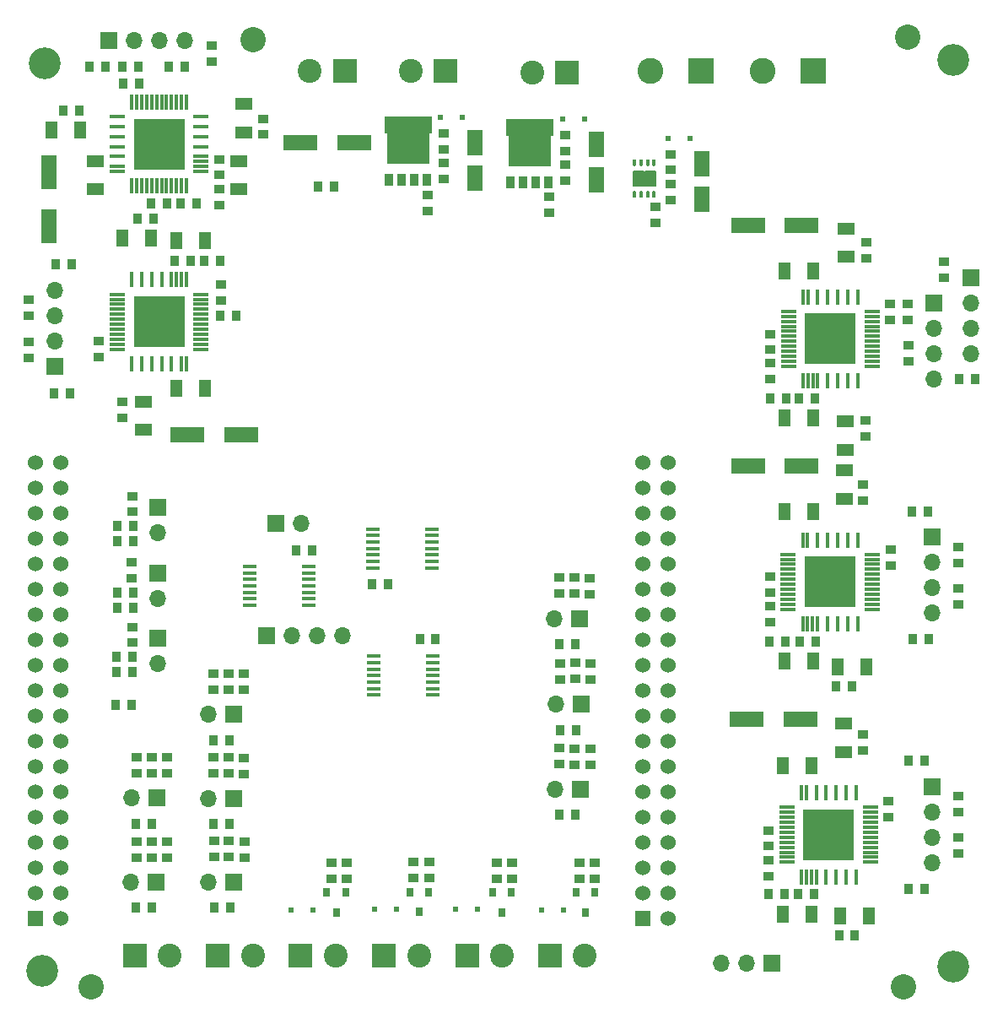
<source format=gts>
%TF.GenerationSoftware,KiCad,Pcbnew,5.0.0-rc2-dev-unknown-bf135b0~64~ubuntu18.04.1*%
%TF.CreationDate,2018-05-03T23:22:02-07:00*%
%TF.ProjectId,PrntrBoardV1,50726E7472426F61726456312E6B6963,rev?*%
%TF.SameCoordinates,Original*%
%TF.FileFunction,Soldermask,Top*%
%TF.FilePolarity,Negative*%
%FSLAX46Y46*%
G04 Gerber Fmt 4.6, Leading zero omitted, Abs format (unit mm)*
G04 Created by KiCad (PCBNEW 5.0.0-rc2-dev-unknown-bf135b0~64~ubuntu18.04.1) date Thu May  3 23:22:02 2018*
%MOMM*%
%LPD*%
G01*
G04 APERTURE LIST*
%ADD10C,1.524000*%
%ADD11R,1.524000X1.524000*%
%ADD12R,1.500000X0.300000*%
%ADD13R,0.300000X1.500000*%
%ADD14R,5.100000X5.100000*%
%ADD15R,3.500000X1.600000*%
%ADD16R,0.820000X1.000000*%
%ADD17C,3.200000*%
%ADD18R,1.000000X0.820000*%
%ADD19R,2.600000X2.600000*%
%ADD20C,2.600000*%
%ADD21R,2.400000X2.400000*%
%ADD22C,2.400000*%
%ADD23O,1.700000X1.700000*%
%ADD24R,1.700000X1.700000*%
%ADD25R,1.600000X2.600000*%
%ADD26R,1.600000X3.500000*%
%ADD27R,1.220000X1.800000*%
%ADD28R,1.800000X1.220000*%
%ADD29R,0.500000X0.500000*%
%ADD30C,2.540000*%
%ADD31R,1.450000X0.450000*%
%ADD32R,0.800000X0.900000*%
%ADD33R,0.840000X1.290000*%
%ADD34R,4.840000X1.690000*%
%ADD35R,4.340000X3.440000*%
%ADD36O,0.400000X0.650000*%
%ADD37R,0.400000X0.300000*%
%ADD38R,1.000000X0.650000*%
%ADD39R,2.400000X1.650000*%
G04 APERTURE END LIST*
D10*
X25463500Y-109156500D03*
X25463500Y-106616500D03*
X25463500Y-104076500D03*
X25463500Y-101536500D03*
X25463500Y-98996500D03*
X25463500Y-96456500D03*
X25463500Y-93916500D03*
X25463500Y-91376500D03*
X25463500Y-88836500D03*
X25463500Y-86296500D03*
X25463500Y-83756500D03*
X25463500Y-81216500D03*
X25463500Y-78676500D03*
X25463500Y-76136500D03*
X25463500Y-73596500D03*
X25463500Y-71056500D03*
X25463500Y-68516500D03*
X25463500Y-65976500D03*
D11*
X22923500Y-109156500D03*
D10*
X22923500Y-106616500D03*
X22923500Y-104076500D03*
X22923500Y-101536500D03*
X22923500Y-98996500D03*
X22923500Y-96456500D03*
X22923500Y-93916500D03*
X22923500Y-91376500D03*
X22923500Y-88836500D03*
X22923500Y-86296500D03*
X22923500Y-83756500D03*
X22923500Y-81216500D03*
X22923500Y-78676500D03*
X22923500Y-76136500D03*
X22923500Y-73596500D03*
X22923500Y-71056500D03*
X22923500Y-68516500D03*
X22923500Y-65976500D03*
D11*
X83883500Y-109156500D03*
D10*
X83883500Y-106616500D03*
X83883500Y-104076500D03*
X83883500Y-101536500D03*
X83883500Y-98996500D03*
X83883500Y-96456500D03*
X83883500Y-93916500D03*
X83883500Y-91376500D03*
X83883500Y-88836500D03*
X83883500Y-86296500D03*
X83883500Y-83756500D03*
X83883500Y-81216500D03*
X83883500Y-78676500D03*
X83883500Y-76136500D03*
X83883500Y-73596500D03*
X83883500Y-71056500D03*
X83883500Y-68516500D03*
X83883500Y-65976500D03*
X86423500Y-109156500D03*
X86423500Y-106616500D03*
X86423500Y-104076500D03*
X86423500Y-101536500D03*
X86423500Y-98996500D03*
X86423500Y-96456500D03*
X86423500Y-93916500D03*
X86423500Y-91376500D03*
X86423500Y-88836500D03*
X86423500Y-86296500D03*
X86423500Y-83756500D03*
X86423500Y-81216500D03*
X86423500Y-78676500D03*
X86423500Y-76136500D03*
X86423500Y-73596500D03*
X86423500Y-71056500D03*
X86423500Y-68516500D03*
X86423500Y-65976500D03*
X83883500Y-63436500D03*
X86423500Y-63436500D03*
X25463500Y-63436500D03*
X22923500Y-63436500D03*
D12*
X106704599Y-103507300D03*
X106704599Y-103007300D03*
X106704599Y-102507300D03*
X106704599Y-102007300D03*
X106704599Y-101507300D03*
X106704599Y-101007300D03*
X106704599Y-100507300D03*
X106704599Y-100007300D03*
X106704599Y-99507300D03*
X106704599Y-99007300D03*
X106704599Y-98507300D03*
X106704599Y-98007300D03*
D13*
X105254599Y-96557300D03*
X104254599Y-96557300D03*
X103254599Y-96557300D03*
X102254599Y-96557300D03*
X101254599Y-96557300D03*
X100254599Y-96557300D03*
X99754599Y-96557300D03*
D12*
X98304599Y-98007300D03*
X98304599Y-98507300D03*
X98304599Y-99007300D03*
X98304599Y-99507300D03*
X98304599Y-100007300D03*
X98304599Y-100507300D03*
X98304599Y-101007300D03*
X98304599Y-101507300D03*
X98304599Y-102007300D03*
X98304599Y-102507300D03*
X98304599Y-103007300D03*
X98304599Y-103507300D03*
D13*
X99754599Y-104957300D03*
X100254599Y-104957300D03*
X100754599Y-104957300D03*
X101254599Y-104957300D03*
X102254599Y-104957300D03*
X103254599Y-104957300D03*
X104254599Y-104957300D03*
X105254599Y-104957300D03*
D14*
X102504599Y-100757300D03*
D12*
X31106201Y-46546700D03*
X31106201Y-47046700D03*
X31106201Y-47546700D03*
X31106201Y-48046700D03*
X31106201Y-48546700D03*
X31106201Y-49046700D03*
X31106201Y-49546700D03*
X31106201Y-50046700D03*
X31106201Y-50546700D03*
X31106201Y-51046700D03*
X31106201Y-51546700D03*
X31106201Y-52046700D03*
D13*
X32556201Y-53496700D03*
X33556201Y-53496700D03*
X34556201Y-53496700D03*
X35556201Y-53496700D03*
X36556201Y-53496700D03*
X37556201Y-53496700D03*
X38056201Y-53496700D03*
D12*
X39506201Y-52046700D03*
X39506201Y-51546700D03*
X39506201Y-51046700D03*
X39506201Y-50546700D03*
X39506201Y-50046700D03*
X39506201Y-49546700D03*
X39506201Y-49046700D03*
X39506201Y-48546700D03*
X39506201Y-48046700D03*
X39506201Y-47546700D03*
X39506201Y-47046700D03*
X39506201Y-46546700D03*
D13*
X38056201Y-45096700D03*
X37556201Y-45096700D03*
X37056201Y-45096700D03*
X36556201Y-45096700D03*
X35556201Y-45096700D03*
X34556201Y-45096700D03*
X33556201Y-45096700D03*
X32556201Y-45096700D03*
D14*
X35306201Y-49296700D03*
D12*
X106843399Y-78127300D03*
X106843399Y-77627300D03*
X106843399Y-77127300D03*
X106843399Y-76627300D03*
X106843399Y-76127300D03*
X106843399Y-75627300D03*
X106843399Y-75127300D03*
X106843399Y-74627300D03*
X106843399Y-74127300D03*
X106843399Y-73627300D03*
X106843399Y-73127300D03*
X106843399Y-72627300D03*
D13*
X105393399Y-71177300D03*
X104393399Y-71177300D03*
X103393399Y-71177300D03*
X102393399Y-71177300D03*
X101393399Y-71177300D03*
X100393399Y-71177300D03*
X99893399Y-71177300D03*
D12*
X98443399Y-72627300D03*
X98443399Y-73127300D03*
X98443399Y-73627300D03*
X98443399Y-74127300D03*
X98443399Y-74627300D03*
X98443399Y-75127300D03*
X98443399Y-75627300D03*
X98443399Y-76127300D03*
X98443399Y-76627300D03*
X98443399Y-77127300D03*
X98443399Y-77627300D03*
X98443399Y-78127300D03*
D13*
X99893399Y-79577300D03*
X100393399Y-79577300D03*
X100893399Y-79577300D03*
X101393399Y-79577300D03*
X102393399Y-79577300D03*
X103393399Y-79577300D03*
X104393399Y-79577300D03*
X105393399Y-79577300D03*
D14*
X102643399Y-75377300D03*
D12*
X106856999Y-53754500D03*
X106856999Y-53254500D03*
X106856999Y-52754500D03*
X106856999Y-52254500D03*
X106856999Y-51754500D03*
X106856999Y-51254500D03*
X106856999Y-50754500D03*
X106856999Y-50254500D03*
X106856999Y-49754500D03*
X106856999Y-49254500D03*
X106856999Y-48754500D03*
X106856999Y-48254500D03*
D13*
X105406999Y-46804500D03*
X104406999Y-46804500D03*
X103406999Y-46804500D03*
X102406999Y-46804500D03*
X101406999Y-46804500D03*
X100406999Y-46804500D03*
X99906999Y-46804500D03*
D12*
X98456999Y-48254500D03*
X98456999Y-48754500D03*
X98456999Y-49254500D03*
X98456999Y-49754500D03*
X98456999Y-50254500D03*
X98456999Y-50754500D03*
X98456999Y-51254500D03*
X98456999Y-51754500D03*
X98456999Y-52254500D03*
X98456999Y-52754500D03*
X98456999Y-53254500D03*
X98456999Y-53754500D03*
D13*
X99906999Y-55204500D03*
X100406999Y-55204500D03*
X100906999Y-55204500D03*
X101406999Y-55204500D03*
X102406999Y-55204500D03*
X103406999Y-55204500D03*
X104406999Y-55204500D03*
X105406999Y-55204500D03*
D14*
X102656999Y-51004500D03*
D13*
X38046100Y-27285401D03*
X37546100Y-27285401D03*
X37046100Y-27285401D03*
X36546100Y-27285401D03*
X36046100Y-27285401D03*
X35546100Y-27285401D03*
X35046100Y-27285401D03*
X34546100Y-27285401D03*
X34046100Y-27285401D03*
X33546100Y-27285401D03*
X33046100Y-27285401D03*
X32546100Y-27285401D03*
D12*
X31096100Y-28735401D03*
X31096100Y-29735401D03*
X31096100Y-30735401D03*
X31096100Y-31735401D03*
X31096100Y-32735401D03*
X31096100Y-33735401D03*
X31096100Y-34235401D03*
D13*
X32546100Y-35685401D03*
X33046100Y-35685401D03*
X33546100Y-35685401D03*
X34046100Y-35685401D03*
X34546100Y-35685401D03*
X35046100Y-35685401D03*
X35546100Y-35685401D03*
X36046100Y-35685401D03*
X36546100Y-35685401D03*
X37046100Y-35685401D03*
X37546100Y-35685401D03*
X38046100Y-35685401D03*
D12*
X39496100Y-34235401D03*
X39496100Y-33735401D03*
X39496100Y-33235401D03*
X39496100Y-32735401D03*
X39496100Y-31735401D03*
X39496100Y-30735401D03*
X39496100Y-29735401D03*
X39496100Y-28735401D03*
D14*
X35296100Y-31485401D03*
D15*
X54864000Y-31369000D03*
X49464000Y-31369000D03*
D16*
X52832000Y-35750500D03*
X51232000Y-35750500D03*
D17*
X23558500Y-114427000D03*
D18*
X63830200Y-34975800D03*
X63830200Y-33375800D03*
X77025500Y-92126000D03*
X77025500Y-93726000D03*
X86652100Y-37058400D03*
X86652100Y-35458400D03*
X42291000Y-93015000D03*
X42291000Y-94615000D03*
X34569400Y-101409700D03*
X34569400Y-103009700D03*
X77089000Y-83528000D03*
X77089000Y-85128000D03*
X42291000Y-101384100D03*
X42291000Y-102984100D03*
X77025500Y-74981000D03*
X77025500Y-76581000D03*
X34607500Y-92989500D03*
X34607500Y-94589500D03*
X42291000Y-84582000D03*
X42291000Y-86182000D03*
X76034900Y-35179000D03*
X76034900Y-33579000D03*
D19*
X100948500Y-24130000D03*
D20*
X95868500Y-24130000D03*
D19*
X89649300Y-24130000D03*
D20*
X84569300Y-24130000D03*
D21*
X64033400Y-24155400D03*
D22*
X60533400Y-24155400D03*
D21*
X76238100Y-24307800D03*
D22*
X72738100Y-24307800D03*
D21*
X49504600Y-112877600D03*
D22*
X53004600Y-112877600D03*
D21*
X32885500Y-112839500D03*
D22*
X36385500Y-112839500D03*
D21*
X41211500Y-112839500D03*
D22*
X44711500Y-112839500D03*
D21*
X74523600Y-112839500D03*
D22*
X78023600Y-112839500D03*
D21*
X57872699Y-112880900D03*
D22*
X61372699Y-112880900D03*
D21*
X53919000Y-24130000D03*
D22*
X50419000Y-24130000D03*
D21*
X66205100Y-112877600D03*
D22*
X69705100Y-112877600D03*
D23*
X49530000Y-69532500D03*
D24*
X46990000Y-69532500D03*
D25*
X79184500Y-35070600D03*
X79184500Y-31470600D03*
X66979800Y-34918200D03*
X66979800Y-31318200D03*
X89801700Y-37026400D03*
X89801700Y-33426400D03*
D15*
X94400000Y-39650000D03*
X99800000Y-39650000D03*
X43560000Y-60640000D03*
X38160000Y-60640000D03*
X94250000Y-89200000D03*
X99650000Y-89200000D03*
D26*
X24231600Y-39690000D03*
X24231600Y-34290000D03*
D15*
X94400000Y-63750000D03*
X99800000Y-63750000D03*
D16*
X41452800Y-43180000D03*
X39852800Y-43180000D03*
D18*
X22225000Y-48704500D03*
X22225000Y-47104500D03*
D16*
X24892000Y-43535600D03*
X26492000Y-43535600D03*
D18*
X22225000Y-51308000D03*
X22225000Y-52908000D03*
X29210000Y-52844500D03*
X29210000Y-51244500D03*
X41503600Y-47193200D03*
X41503600Y-45593200D03*
D16*
X38430000Y-43180000D03*
X36830000Y-43180000D03*
X61455500Y-81153000D03*
X63055500Y-81153000D03*
X112115600Y-106222800D03*
X110515600Y-106222800D03*
X75489000Y-98742500D03*
X77089000Y-98742500D03*
X32639000Y-84442300D03*
X31039000Y-84442300D03*
X99390400Y-106730800D03*
X100990400Y-106730800D03*
D18*
X96469200Y-103276400D03*
X96469200Y-104876400D03*
X108500000Y-97400000D03*
X108500000Y-99000000D03*
X31597600Y-58902400D03*
X31597600Y-57302400D03*
X115506500Y-101028500D03*
X115506500Y-102628500D03*
D16*
X24739600Y-56489600D03*
X26339600Y-56489600D03*
D18*
X108700000Y-72136000D03*
X108700000Y-73736000D03*
X115506500Y-98501000D03*
X115506500Y-96901000D03*
D16*
X33096400Y-38963600D03*
X34696400Y-38963600D03*
X40767000Y-99631500D03*
X42367000Y-99631500D03*
X32969200Y-108064300D03*
X34569200Y-108064300D03*
X41452800Y-48717200D03*
X43052800Y-48717200D03*
X40843400Y-108038900D03*
X42443400Y-108038900D03*
X112115600Y-93319600D03*
X110515600Y-93319600D03*
X99568000Y-81381600D03*
X101168000Y-81381600D03*
D18*
X96621600Y-77825600D03*
X96621600Y-79425600D03*
X96469200Y-101904800D03*
X96469200Y-100304800D03*
D16*
X96444000Y-106730800D03*
X98044000Y-106730800D03*
D18*
X115506500Y-73469500D03*
X115506500Y-71869500D03*
D16*
X112522000Y-81127600D03*
X110922000Y-81127600D03*
X112471200Y-68326000D03*
X110871200Y-68326000D03*
D18*
X115506500Y-76009500D03*
X115506500Y-77609500D03*
D16*
X75565000Y-90297000D03*
X77165000Y-90297000D03*
X58242000Y-75628500D03*
X56642000Y-75628500D03*
X96583600Y-81381600D03*
X98183600Y-81381600D03*
X99542800Y-56997600D03*
X101142800Y-56997600D03*
D18*
X96621600Y-53467200D03*
X96621600Y-55067200D03*
X108650000Y-47550000D03*
X108650000Y-49150000D03*
X105968800Y-90703600D03*
X105968800Y-92303600D03*
X114096800Y-44843600D03*
X114096800Y-43243600D03*
X110490000Y-51689000D03*
X110490000Y-53289000D03*
X45770800Y-28930800D03*
X45770800Y-30530800D03*
X110426500Y-49149000D03*
X110426500Y-47549000D03*
D16*
X105130400Y-110845600D03*
X103530400Y-110845600D03*
X75501500Y-81661000D03*
X77101500Y-81661000D03*
X32956500Y-99631500D03*
X34556500Y-99631500D03*
D18*
X41300400Y-34594800D03*
X41300400Y-32994800D03*
D16*
X37439600Y-37439600D03*
X39039600Y-37439600D03*
X31674000Y-25400000D03*
X33274000Y-25400000D03*
X29895600Y-23723600D03*
X28295600Y-23723600D03*
X115582800Y-55067200D03*
X117182800Y-55067200D03*
X49073000Y-72199500D03*
X50673000Y-72199500D03*
X36258500Y-23749000D03*
X37858500Y-23749000D03*
D18*
X40538400Y-21640800D03*
X40538400Y-23240800D03*
X96621600Y-76428400D03*
X96621600Y-74828400D03*
D16*
X40754500Y-91249500D03*
X42354500Y-91249500D03*
X32664400Y-77952600D03*
X31064400Y-77952600D03*
X32664400Y-71323200D03*
X31064400Y-71323200D03*
D18*
X105968800Y-65595600D03*
X105968800Y-67195600D03*
D16*
X104825600Y-85852000D03*
X103225600Y-85852000D03*
X33210500Y-23749000D03*
X31610500Y-23749000D03*
D18*
X96621600Y-52120800D03*
X96621600Y-50520800D03*
X106299000Y-41326000D03*
X106299000Y-42926000D03*
X106172000Y-60782000D03*
X106172000Y-59182000D03*
X41300400Y-37566400D03*
X41300400Y-35966400D03*
D16*
X36068000Y-37439600D03*
X34468000Y-37439600D03*
X96596400Y-56997600D03*
X98196400Y-56997600D03*
X25679600Y-28092400D03*
X27279600Y-28092400D03*
D27*
X98087200Y-58928000D03*
X100947200Y-58928000D03*
X97927200Y-93850000D03*
X100787200Y-93850000D03*
X39893200Y-41148000D03*
X37033200Y-41148000D03*
X97927200Y-108712000D03*
X100787200Y-108712000D03*
X98079600Y-68350000D03*
X100939600Y-68350000D03*
D28*
X43281600Y-36032400D03*
X43281600Y-33172400D03*
D27*
X98079600Y-44250000D03*
X100939600Y-44250000D03*
D28*
X28854400Y-36032400D03*
X28854400Y-33172400D03*
D27*
X39870000Y-55940000D03*
X37010000Y-55940000D03*
X98079600Y-83312000D03*
X100939600Y-83312000D03*
D23*
X40259000Y-97091500D03*
D24*
X42799000Y-97091500D03*
D23*
X40246300Y-88671400D03*
D24*
X42786300Y-88671400D03*
D23*
X35153600Y-77038200D03*
D24*
X35153600Y-74498200D03*
D23*
X35153600Y-70459600D03*
D24*
X35153600Y-67919600D03*
D23*
X32524700Y-97066100D03*
D24*
X35064700Y-97066100D03*
D23*
X40259000Y-105473500D03*
D24*
X42799000Y-105473500D03*
D23*
X75082400Y-87655400D03*
D24*
X77622400Y-87655400D03*
D23*
X32486600Y-105473500D03*
D24*
X35026600Y-105473500D03*
D23*
X35128200Y-83578700D03*
D24*
X35128200Y-81038700D03*
D23*
X75044300Y-96177100D03*
D24*
X77584300Y-96177100D03*
D23*
X74968100Y-79070200D03*
D24*
X77508100Y-79070200D03*
D23*
X91694000Y-113601500D03*
X94234000Y-113601500D03*
D24*
X96774000Y-113601500D03*
D23*
X112877600Y-78536800D03*
X112877600Y-75996800D03*
X112877600Y-73456800D03*
D24*
X112877600Y-70916800D03*
D23*
X116738400Y-52476400D03*
X116738400Y-49936400D03*
X116738400Y-47396400D03*
D24*
X116738400Y-44856400D03*
D23*
X113080800Y-55016400D03*
X113080800Y-52476400D03*
X113080800Y-49936400D03*
D24*
X113080800Y-47396400D03*
D23*
X112877600Y-103581200D03*
X112877600Y-101041200D03*
X112877600Y-98501200D03*
D24*
X112877600Y-95961200D03*
D23*
X24844800Y-46181600D03*
X24844800Y-48721600D03*
X24844800Y-51261600D03*
D24*
X24844800Y-53801600D03*
D23*
X53717100Y-80758700D03*
X51177100Y-80758700D03*
X48637100Y-80758700D03*
D24*
X46097100Y-80758700D03*
D23*
X37896800Y-21082000D03*
X35356800Y-21082000D03*
X32816800Y-21082000D03*
D24*
X30276800Y-21082000D03*
D29*
X67287500Y-108204000D03*
X65087500Y-108204000D03*
X75765300Y-28930600D03*
X77965300Y-28930600D03*
X63560600Y-28778200D03*
X65760600Y-28778200D03*
X86398100Y-30886400D03*
X88598100Y-30886400D03*
X75860000Y-108267500D03*
X73660000Y-108267500D03*
X59118500Y-108204000D03*
X56918500Y-108204000D03*
X50777500Y-108267500D03*
X48577500Y-108267500D03*
D30*
X28448000Y-116014500D03*
X44704000Y-21018500D03*
X110439200Y-20726400D03*
X110000000Y-116000000D03*
D17*
X115000000Y-23000000D03*
X23774400Y-23368000D03*
X115000000Y-114000000D03*
D31*
X56775699Y-73985400D03*
X56775699Y-73335400D03*
X56775699Y-72685400D03*
X56775699Y-72035400D03*
X56775699Y-71385400D03*
X56775699Y-70735400D03*
X56775699Y-70085400D03*
X62675699Y-70085400D03*
X62675699Y-70735400D03*
X62675699Y-71385400D03*
X62675699Y-72035400D03*
X62675699Y-72685400D03*
X62675699Y-73335400D03*
X62675699Y-73985400D03*
X62723301Y-82833600D03*
X62723301Y-83483600D03*
X62723301Y-84133600D03*
X62723301Y-84783600D03*
X62723301Y-85433600D03*
X62723301Y-86083600D03*
X62723301Y-86733600D03*
X56823301Y-86733600D03*
X56823301Y-86083600D03*
X56823301Y-85433600D03*
X56823301Y-84783600D03*
X56823301Y-84133600D03*
X56823301Y-83483600D03*
X56823301Y-82833600D03*
X50312901Y-73842900D03*
X50312901Y-74492900D03*
X50312901Y-75142900D03*
X50312901Y-75792900D03*
X50312901Y-76442900D03*
X50312901Y-77092900D03*
X50312901Y-77742900D03*
X44412901Y-77742900D03*
X44412901Y-77092900D03*
X44412901Y-76442900D03*
X44412901Y-75792900D03*
X44412901Y-75142900D03*
X44412901Y-74492900D03*
X44412901Y-73842900D03*
D32*
X70673000Y-106521500D03*
X68773000Y-106521500D03*
X69723000Y-108521500D03*
X62357000Y-106489500D03*
X60457000Y-106489500D03*
X61407000Y-108489500D03*
X54036000Y-106521500D03*
X52136000Y-106521500D03*
X53086000Y-108521500D03*
X79055000Y-106521500D03*
X77155000Y-106521500D03*
X78105000Y-108521500D03*
D33*
X59643700Y-35070629D03*
X58373700Y-35070629D03*
X60923700Y-35070629D03*
D34*
X60283700Y-29600629D03*
D35*
X60283700Y-31800629D03*
D33*
X62193700Y-35070629D03*
X71848400Y-35276229D03*
X70578400Y-35276229D03*
X73128400Y-35276229D03*
D34*
X72488400Y-29806229D03*
D35*
X72488400Y-32006229D03*
D33*
X74398400Y-35276229D03*
D36*
X83035500Y-36500400D03*
X83685500Y-36500400D03*
D37*
X84335500Y-36700400D03*
D36*
X84985500Y-36500400D03*
X84985500Y-33400400D03*
X84335500Y-33400400D03*
D37*
X83685500Y-33200400D03*
X83035500Y-33200400D03*
D38*
X83385500Y-35400400D03*
X83385500Y-34500400D03*
X84635500Y-35400400D03*
X84635500Y-34500400D03*
D39*
X84010500Y-34950400D03*
D37*
X83035500Y-36700400D03*
X83685500Y-36700400D03*
D36*
X84335500Y-36500400D03*
D37*
X84985500Y-36700400D03*
X84985500Y-33200400D03*
X84335500Y-33200400D03*
D36*
X83685500Y-33400400D03*
X83035500Y-33400400D03*
D18*
X40767000Y-94615000D03*
X40767000Y-93015000D03*
X78613000Y-93726000D03*
X78613000Y-92126000D03*
X75438000Y-93675000D03*
X75438000Y-92075000D03*
X32588200Y-81495900D03*
X32588200Y-79895900D03*
D16*
X32639000Y-82918300D03*
X31039000Y-82918300D03*
D18*
X74460100Y-38379400D03*
X74460100Y-36779400D03*
X76034900Y-32207000D03*
X76034900Y-30607000D03*
X62420500Y-103505000D03*
X62420500Y-105105000D03*
X43815000Y-94627500D03*
X43815000Y-93027500D03*
X36068000Y-103009700D03*
X36068000Y-101409700D03*
X33020000Y-103009500D03*
X33020000Y-101409500D03*
X52578000Y-105156000D03*
X52578000Y-103556000D03*
X70739000Y-103556000D03*
X70739000Y-105156000D03*
X78613000Y-85166000D03*
X78613000Y-83566000D03*
X54102000Y-103556000D03*
X54102000Y-105156000D03*
X75565000Y-85217000D03*
X75565000Y-83617000D03*
X43840400Y-103009700D03*
X43840400Y-101409700D03*
X63830200Y-32029400D03*
X63830200Y-30429400D03*
D16*
X32524500Y-87693500D03*
X30924500Y-87693500D03*
D18*
X36131500Y-94551500D03*
X36131500Y-92951500D03*
X78549500Y-76607300D03*
X78549500Y-75007300D03*
X75501500Y-76581000D03*
X75501500Y-74981000D03*
X33083500Y-94551500D03*
X33083500Y-92951500D03*
X43815000Y-86169500D03*
X43815000Y-84569500D03*
X40767000Y-86169500D03*
X40767000Y-84569500D03*
X32562800Y-75006200D03*
X32562800Y-73406200D03*
D16*
X32664400Y-76428600D03*
X31064400Y-76428600D03*
D18*
X62255400Y-38227000D03*
X62255400Y-36627000D03*
X40792400Y-102984100D03*
X40792400Y-101384100D03*
X69215000Y-105168500D03*
X69215000Y-103568500D03*
X32613600Y-68376800D03*
X32613600Y-66776800D03*
D16*
X32664400Y-69799200D03*
X31064400Y-69799200D03*
D18*
X85077300Y-39344400D03*
X85077300Y-37744400D03*
X86652100Y-34086800D03*
X86652100Y-32486800D03*
X77533500Y-105156000D03*
X77533500Y-103556000D03*
X79057500Y-103556000D03*
X79057500Y-105156000D03*
X60833000Y-105105000D03*
X60833000Y-103505000D03*
D27*
X31633200Y-40944800D03*
X34493200Y-40944800D03*
D28*
X103987600Y-89611200D03*
X103987600Y-92471200D03*
D27*
X106273600Y-83921600D03*
X103413600Y-83921600D03*
X106542800Y-108864400D03*
X103682800Y-108864400D03*
D28*
X104089200Y-64196000D03*
X104089200Y-67056000D03*
X104267000Y-39939000D03*
X104267000Y-42799000D03*
X104140000Y-62169000D03*
X104140000Y-59309000D03*
D27*
X24521200Y-30073600D03*
X27381200Y-30073600D03*
D28*
X33680400Y-60162400D03*
X33680400Y-57302400D03*
X43789600Y-27467600D03*
X43789600Y-30327600D03*
M02*

</source>
